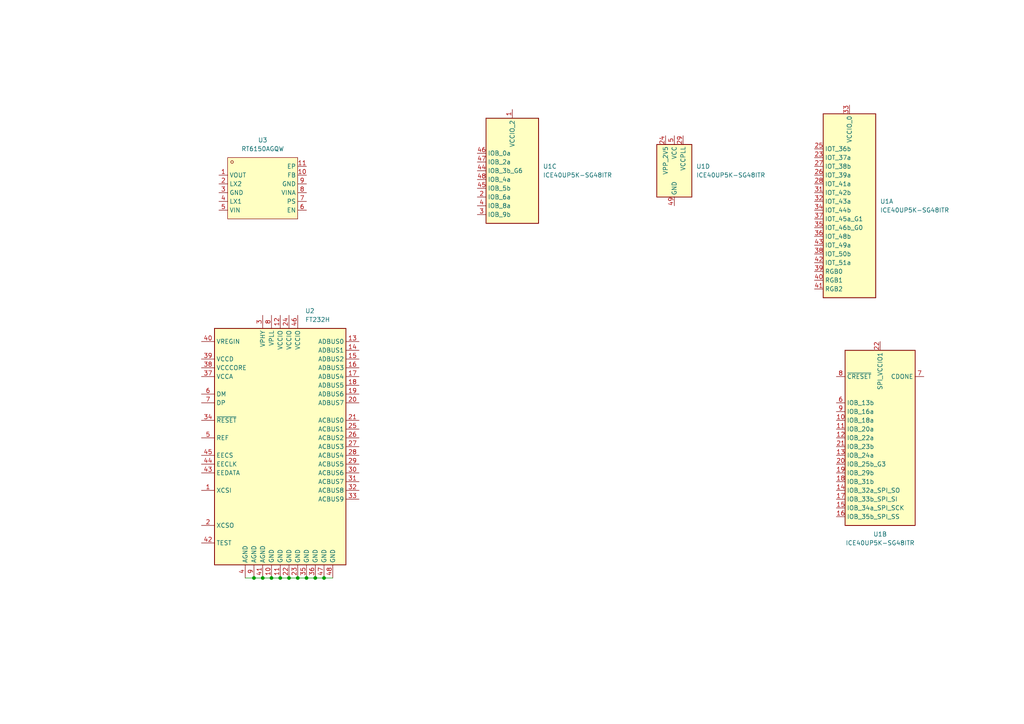
<source format=kicad_sch>
(kicad_sch (version 20250114) (generator "eeschema") (generator_version "9.0")
  (paper "A4")
  (lib_symbols
    (symbol "FPGA_Lattice:ICE40UP5K-SG48ITR"
      (property "Reference" "U" (at -8.89 -29.21 0))
      (property "Value" "ICE40UP5K-SG48ITR" (at 0 -31.75 0))
      (symbol "ICE40UP5K-SG48ITR_1_1"
        (rectangle (start -7.62 25.4) (end 7.62 -27.94) (stroke (width 0.254)) (fill (type background)))
        (pin bidirectional line (at -10.16 15.24 0) (length 2.54) (name "IOT_36b") (number "25"))
        (pin bidirectional line (at -10.16 12.7 0) (length 2.54) (name "IOT_37a") (number "23"))
        (pin bidirectional line (at -10.16 10.16 0) (length 2.54) (name "IOT_38b") (number "27"))
        (pin bidirectional line (at -10.16 7.62 0) (length 2.54) (name "IOT_39a") (number "26"))
        (pin bidirectional line (at -10.16 5.08 0) (length 2.54) (name "IOT_41a") (number "28"))
        (pin bidirectional line (at -10.16 2.54 0) (length 2.54) (name "IOT_42b") (number "31"))
        (pin bidirectional line (at -10.16 0 0) (length 2.54) (name "IOT_43a") (number "32"))
        (pin bidirectional line (at -10.16 -2.54 0) (length 2.54) (name "IOT_44b") (number "34"))
        (pin bidirectional line (at -10.16 -5.08 0) (length 2.54) (name "IOT_45a_G1") (number "37"))
        (pin bidirectional line (at -10.16 -7.62 0) (length 2.54) (name "IOT_46b_G0") (number "35"))
        (pin bidirectional line (at -10.16 -10.16 0) (length 2.54) (name "IOT_48b") (number "36"))
        (pin bidirectional line (at -10.16 -12.7 0) (length 2.54) (name "IOT_49a") (number "43"))
        (pin bidirectional line (at -10.16 -15.24 0) (length 2.54) (name "IOT_50b") (number "38"))
        (pin bidirectional line (at -10.16 -17.78 0) (length 2.54) (name "IOT_51a") (number "42"))
        (pin open_collector line (at -10.16 -20.32 0) (length 2.54) (name "RGB0") (number "39"))
        (pin open_collector line (at -10.16 -22.86 0) (length 2.54) (name "RGB1") (number "40"))
        (pin open_collector line (at -10.16 -25.4 0) (length 2.54) (name "RGB2") (number "41"))
        (pin power_in line (at 0 27.94 270) (length 2.54) (name "VCCIO_0") (number "33"))
      )
      (symbol "ICE40UP5K-SG48ITR_2_1"
        (rectangle (start -10.16 25.4) (end 10.16 -25.4) (stroke (width 0.254)) (fill (type background)))
        (pin input line (at -12.7 17.78 0) (length 2.54) (name "~{CRESET}") (number "8"))
        (pin bidirectional line (at -12.7 10.16 0) (length 2.54) (name "IOB_13b") (number "6"))
        (pin bidirectional line (at -12.7 7.62 0) (length 2.54) (name "IOB_16a") (number "9"))
        (pin bidirectional line (at -12.7 5.08 0) (length 2.54) (name "IOB_18a") (number "10"))
        (pin bidirectional line (at -12.7 2.54 0) (length 2.54) (name "IOB_20a") (number "11"))
        (pin bidirectional line (at -12.7 0 0) (length 2.54) (name "IOB_22a") (number "12"))
        (pin bidirectional line (at -12.7 -2.54 0) (length 2.54) (name "IOB_23b") (number "21"))
        (pin bidirectional line (at -12.7 -5.08 0) (length 2.54) (name "IOB_24a") (number "13"))
        (pin bidirectional line (at -12.7 -7.62 0) (length 2.54) (name "IOB_25b_G3") (number "20"))
        (pin bidirectional line (at -12.7 -10.16 0) (length 2.54) (name "IOB_29b") (number "19"))
        (pin bidirectional line (at -12.7 -12.7 0) (length 2.54) (name "IOB_31b") (number "18"))
        (pin bidirectional line (at -12.7 -15.24 0) (length 2.54) (name "IOB_32a_SPI_SO") (number "14"))
        (pin bidirectional line (at -12.7 -17.78 0) (length 2.54) (name "IOB_33b_SPI_SI") (number "17"))
        (pin bidirectional line (at -12.7 -20.32 0) (length 2.54) (name "IOB_34a_SPI_SCK") (number "15"))
        (pin bidirectional line (at -12.7 -22.86 0) (length 2.54) (name "IOB_35b_SPI_SS") (number "16"))
        (pin power_in line (at 0 27.94 270) (length 2.54) (name "SPI_VCCIO1") (number "22"))
        (pin open_collector line (at 12.7 17.78 180) (length 2.54) (name "CDONE") (number "7"))
      )
      (symbol "ICE40UP5K-SG48ITR_3_1"
        (rectangle (start -7.62 15.24) (end 7.62 -15.24) (stroke (width 0.254)) (fill (type background)))
        (pin bidirectional line (at -10.16 5.08 0) (length 2.54) (name "IOB_0a") (number "46"))
        (pin bidirectional line (at -10.16 2.54 0) (length 2.54) (name "IOB_2a") (number "47"))
        (pin bidirectional line (at -10.16 0 0) (length 2.54) (name "IOB_3b_G6") (number "44"))
        (pin bidirectional line (at -10.16 -2.54 0) (length 2.54) (name "IOB_4a") (number "48"))
        (pin bidirectional line (at -10.16 -5.08 0) (length 2.54) (name "IOB_5b") (number "45"))
        (pin bidirectional line (at -10.16 -7.62 0) (length 2.54) (name "IOB_6a") (number "2"))
        (pin bidirectional line (at -10.16 -10.16 0) (length 2.54) (name "IOB_8a") (number "4"))
        (pin bidirectional line (at -10.16 -12.7 0) (length 2.54) (name "IOB_9b") (number "3"))
        (pin power_in line (at 0 17.78 270) (length 2.54) (name "VCCIO_2") (number "1"))
      )
      (symbol "ICE40UP5K-SG48ITR_4_1"
        (rectangle (start -5.08 7.62) (end 5.08 -7.62) (stroke (width 0.254)) (fill (type background)))
        (pin power_in line (at -2.54 10.16 270) (length 2.54) (name "VPP_2V5") (number "24"))
        (pin passive line (at 0 10.16 270) (length 2.54) (hide yes) (name "VCC") (number "30"))
        (pin power_in line (at 0 10.16 270) (length 2.54) (name "VCC") (number "5"))
        (pin power_in line (at 0 -10.16 90) (length 2.54) (name "GND") (number "49"))
        (pin power_out line (at 2.54 10.16 270) (length 2.54) (name "VCCPLL") (number "29"))
      )
    )
    (symbol "Interface_USB:FT232H"
      (property "Reference" "U" (at -19.05 35.56 0))
      (property "Value" "FT232H" (at 12.7 35.56 0))
      (symbol "FT232H_0_1"
        (rectangle (start -19.05 34.29) (end 19.05 -34.29) (stroke (width 0.254)) (fill (type background)))
      )
      (symbol "FT232H_1_1"
        (pin power_in line (at -22.86 30.48 0) (length 3.81) (name "VREGIN") (number "40"))
        (pin power_in line (at -22.86 25.4 0) (length 3.81) (name "VCCD") (number "39"))
        (pin power_out line (at -22.86 22.86 0) (length 3.81) (name "VCCCORE") (number "38"))
        (pin power_out line (at -22.86 20.32 0) (length 3.81) (name "VCCA") (number "37"))
        (pin bidirectional line (at -22.86 15.24 0) (length 3.81) (name "DM") (number "6"))
        (pin bidirectional line (at -22.86 12.7 0) (length 3.81) (name "DP") (number "7"))
        (pin input line (at -22.86 7.62 0) (length 3.81) (name "~{RESET}") (number "34"))
        (pin input line (at -22.86 2.54 0) (length 3.81) (name "REF") (number "5"))
        (pin input line (at -22.86 -2.54 0) (length 3.81) (name "EECS") (number "45"))
        (pin input line (at -22.86 -5.08 0) (length 3.81) (name "EECLK") (number "44"))
        (pin bidirectional line (at -22.86 -7.62 0) (length 3.81) (name "EEDATA") (number "43"))
        (pin input line (at -22.86 -12.7 0) (length 3.81) (name "XCSI") (number "1"))
        (pin output line (at -22.86 -22.86 0) (length 3.81) (name "XCSO") (number "2"))
        (pin input line (at -22.86 -27.94 0) (length 3.81) (name "TEST") (number "42"))
        (pin power_in line (at -10.16 -38.1 90) (length 3.81) (name "AGND") (number "4"))
        (pin power_in line (at -7.62 -38.1 90) (length 3.81) (name "AGND") (number "9"))
        (pin power_in line (at -5.08 38.1 270) (length 3.81) (name "VPHY") (number "3"))
        (pin power_in line (at -5.08 -38.1 90) (length 3.81) (name "AGND") (number "41"))
        (pin power_in line (at -2.54 38.1 270) (length 3.81) (name "VPLL") (number "8"))
        (pin power_in line (at -2.54 -38.1 90) (length 3.81) (name "GND") (number "10"))
        (pin power_in line (at 0 38.1 270) (length 3.81) (name "VCCIO") (number "12"))
        (pin power_in line (at 0 -38.1 90) (length 3.81) (name "GND") (number "11"))
        (pin power_in line (at 2.54 38.1 270) (length 3.81) (name "VCCIO") (number "24"))
        (pin power_in line (at 2.54 -38.1 90) (length 3.81) (name "GND") (number "22"))
        (pin power_in line (at 5.08 38.1 270) (length 3.81) (name "VCCIO") (number "46"))
        (pin power_in line (at 5.08 -38.1 90) (length 3.81) (name "GND") (number "23"))
        (pin power_in line (at 7.62 -38.1 90) (length 3.81) (name "GND") (number "35"))
        (pin power_in line (at 10.16 -38.1 90) (length 3.81) (name "GND") (number "36"))
        (pin power_in line (at 12.7 -38.1 90) (length 3.81) (name "GND") (number "47"))
        (pin power_in line (at 15.24 -38.1 90) (length 3.81) (name "GND") (number "48"))
        (pin bidirectional line (at 22.86 30.48 180) (length 3.81) (name "ADBUS0") (number "13"))
        (pin bidirectional line (at 22.86 27.94 180) (length 3.81) (name "ADBUS1") (number "14"))
        (pin bidirectional line (at 22.86 25.4 180) (length 3.81) (name "ADBUS2") (number "15"))
        (pin bidirectional line (at 22.86 22.86 180) (length 3.81) (name "ADBUS3") (number "16"))
        (pin bidirectional line (at 22.86 20.32 180) (length 3.81) (name "ADBUS4") (number "17"))
        (pin bidirectional line (at 22.86 17.78 180) (length 3.81) (name "ADBUS5") (number "18"))
        (pin bidirectional line (at 22.86 15.24 180) (length 3.81) (name "ADBUS6") (number "19"))
        (pin bidirectional line (at 22.86 12.7 180) (length 3.81) (name "ADBUS7") (number "20"))
        (pin bidirectional line (at 22.86 7.62 180) (length 3.81) (name "ACBUS0") (number "21"))
        (pin bidirectional line (at 22.86 5.08 180) (length 3.81) (name "ACBUS1") (number "25"))
        (pin bidirectional line (at 22.86 2.54 180) (length 3.81) (name "ACBUS2") (number "26"))
        (pin bidirectional line (at 22.86 0 180) (length 3.81) (name "ACBUS3") (number "27"))
        (pin bidirectional line (at 22.86 -2.54 180) (length 3.81) (name "ACBUS4") (number "28"))
        (pin bidirectional line (at 22.86 -5.08 180) (length 3.81) (name "ACBUS5") (number "29"))
        (pin bidirectional line (at 22.86 -7.62 180) (length 3.81) (name "ACBUS6") (number "30"))
        (pin bidirectional line (at 22.86 -10.16 180) (length 3.81) (name "ACBUS7") (number "31"))
        (pin bidirectional line (at 22.86 -12.7 180) (length 3.81) (name "ACBUS8") (number "32"))
        (pin bidirectional line (at 22.86 -15.24 180) (length 3.81) (name "ACBUS9") (number "33"))
      )
    )
    (symbol "easyeda2kicad:RT6150AGQW"
      (property "Reference" "U" (at 0 11.43 0))
      (property "Value" "RT6150AGQW" (at 0 -11.43 0))
      (symbol "RT6150AGQW_0_1"
        (rectangle (start -10.16 8.89) (end 10.16 -8.89) (fill (type background)))
        (circle (center -8.89 7.62) (radius 0.38))
        (pin unspecified line (at -12.7 3.81 0) (length 2.54) (name "VOUT") (number "1"))
        (pin unspecified line (at -12.7 1.27 0) (length 2.54) (name "LX2") (number "2"))
        (pin unspecified line (at -12.7 -1.27 0) (length 2.54) (name "GND") (number "3"))
        (pin unspecified line (at -12.7 -3.81 0) (length 2.54) (name "LX1") (number "4"))
        (pin unspecified line (at -12.7 -6.35 0) (length 2.54) (name "VIN") (number "5"))
        (pin unspecified line (at 12.7 6.35 180) (length 2.54) (name "EP") (number "11"))
        (pin unspecified line (at 12.7 3.81 180) (length 2.54) (name "FB") (number "10"))
        (pin unspecified line (at 12.7 1.27 180) (length 2.54) (name "GND") (number "9"))
        (pin unspecified line (at 12.7 -1.27 180) (length 2.54) (name "VINA") (number "8"))
        (pin unspecified line (at 12.7 -3.81 180) (length 2.54) (name "PS") (number "7"))
        (pin unspecified line (at 12.7 -6.35 180) (length 2.54) (name "EN") (number "6"))
      )
    )
  )
  (junction (at 81.28 167.64))
  (junction (at 76.2 167.64))
  (junction (at 78.74 167.64))
  (junction (at 88.9 167.64))
  (junction (at 86.36 167.64))
  (junction (at 91.44 167.64))
  (junction (at 83.82 167.64))
  (junction (at 93.98 167.64))
  (junction (at 73.66 167.64))
  (wire (pts (xy 93.98 167.64) (xy 96.52 167.64)))
  (wire (pts (xy 86.36 167.64) (xy 88.9 167.64)))
  (wire (pts (xy 78.74 167.64) (xy 81.28 167.64)))
  (wire (pts (xy 83.82 167.64) (xy 86.36 167.64)))
  (wire (pts (xy 81.28 167.64) (xy 83.82 167.64)))
  (wire (pts (xy 76.2 167.64) (xy 78.74 167.64)))
  (wire (pts (xy 73.66 167.64) (xy 76.2 167.64)))
  (wire (pts (xy 88.9 167.64) (xy 91.44 167.64)))
  (wire (pts (xy 91.44 167.64) (xy 93.98 167.64)))
  (wire (pts (xy 71.12 167.64) (xy 73.66 167.64)))
  (symbol (lib_id "Interface_USB:FT232H") (at 81.28 129.54 0) (unit 1)
    (property "Reference" "U2" (at 88.5033 90.17 0) (effects (justify left)))
    (property "Value" "FT232H" (at 88.5033 92.71 0) (effects (justify left)))
    (property "Datasheet" "https://www.ftdichip.com/Support/Documents/DataSheets/ICs/DS_FT232H.pdf" (effects (hide yes)))
    (property "Description" "Hi Speed Single Channel USB UART/FIFO, LQFP/QFN-48" (effects (hide yes)))
  )
  (symbol (lib_id "FPGA_Lattice:ICE40UP5K-SG48ITR") (at 148.59 49.53 0) (unit 3)
    (property "Reference" "U1" (at 157.48 48.2599 0) (effects (justify left)))
    (property "Value" "ICE40UP5K-SG48ITR" (at 157.48 50.7999 0) (effects (justify left)))
    (property "Footprint" "Package_DFN_QFN:QFN-48-1EP_7x7mm_P0.5mm_EP5.6x5.6mm" (effects (hide yes)))
    (property "Datasheet" "http://www.latticesemi.com/Products/FPGAandCPLD/iCE40Ultra" (effects (hide yes)))
    (property "Description" "iCE40 UltraPlus FPGA, 5280 LUTs, 1.2V, 48-pin QFN" (effects (hide yes)))
  )
  (symbol (lib_id "FPGA_Lattice:ICE40UP5K-SG48ITR") (at 246.38 58.42 0) (unit 1)
    (property "Reference" "U1" (at 255.27 58.4199 0) (effects (justify left)))
    (property "Value" "ICE40UP5K-SG48ITR" (at 255.27 60.9599 0) (effects (justify left)))
    (property "Footprint" "Package_DFN_QFN:QFN-48-1EP_7x7mm_P0.5mm_EP5.6x5.6mm" (effects (hide yes)))
    (property "Datasheet" "http://www.latticesemi.com/Products/FPGAandCPLD/iCE40Ultra" (effects (hide yes)))
    (property "Description" "iCE40 UltraPlus FPGA, 5280 LUTs, 1.2V, 48-pin QFN" (effects (hide yes)))
  )
  (symbol (lib_id "FPGA_Lattice:ICE40UP5K-SG48ITR") (at 195.58 49.53 0) (unit 4)
    (property "Reference" "U1" (at 201.93 48.2599 0) (effects (justify left)))
    (property "Value" "ICE40UP5K-SG48ITR" (at 201.93 50.7999 0) (effects (justify left)))
    (property "Footprint" "Package_DFN_QFN:QFN-48-1EP_7x7mm_P0.5mm_EP5.6x5.6mm" (effects (hide yes)))
    (property "Datasheet" "http://www.latticesemi.com/Products/FPGAandCPLD/iCE40Ultra" (effects (hide yes)))
    (property "Description" "iCE40 UltraPlus FPGA, 5280 LUTs, 1.2V, 48-pin QFN" (effects (hide yes)))
  )
  (symbol (lib_id "FPGA_Lattice:ICE40UP5K-SG48ITR") (at 255.27 127 0) (unit 2)
    (property "Reference" "U1" (at 255.27 154.94 0))
    (property "Value" "ICE40UP5K-SG48ITR" (at 255.27 157.48 0))
    (property "Footprint" "Package_DFN_QFN:QFN-48-1EP_7x7mm_P0.5mm_EP5.6x5.6mm" (effects (hide yes)))
    (property "Datasheet" "http://www.latticesemi.com/Products/FPGAandCPLD/iCE40Ultra" (effects (hide yes)))
    (property "Description" "iCE40 UltraPlus FPGA, 5280 LUTs, 1.2V, 48-pin QFN" (effects (hide yes)))
  )
  (symbol (lib_id "easyeda2kicad:RT6150AGQW") (at 76.2 54.61 0) (unit 1)
    (property "Reference" "U3" (at 76.2 40.64 0))
    (property "Value" "RT6150AGQW" (at 76.2 43.18 0))
    (property "Footprint" "easyeda2kicad:WDFN-10_L3.0-W3.0-P0.50-BL-EP" (effects (hide yes)))
    (property "Datasheet" "https://lcsc.com/product-detail/DC-DC-Converters_RT6150AGQW_C147971.html" (effects (hide yes)))
    (property "LCSC Part" "C147971" (effects (hide yes)))
  )
)
</source>
